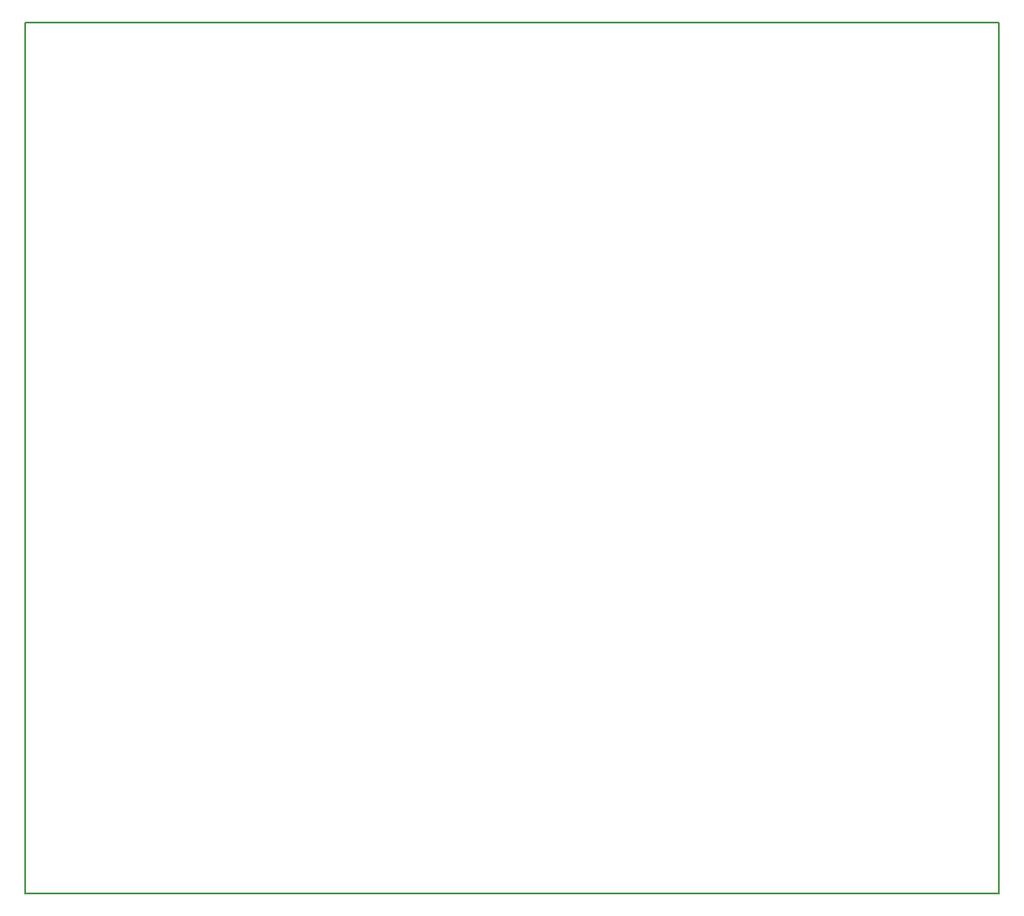
<source format=gbr>
G04 #@! TF.GenerationSoftware,KiCad,Pcbnew,(5.0.0)*
G04 #@! TF.CreationDate,2019-11-03T00:35:12+02:00*
G04 #@! TF.ProjectId,WatchBorad,5761746368426F7261642E6B69636164,rev?*
G04 #@! TF.SameCoordinates,Original*
G04 #@! TF.FileFunction,Profile,NP*
%FSLAX46Y46*%
G04 Gerber Fmt 4.6, Leading zero omitted, Abs format (unit mm)*
G04 Created by KiCad (PCBNEW (5.0.0)) date 11/03/19 00:35:12*
%MOMM*%
%LPD*%
G01*
G04 APERTURE LIST*
%ADD10C,0.150000*%
G04 APERTURE END LIST*
D10*
X41000000Y-65000000D02*
X41000000Y-150000000D01*
X136000000Y-65000000D02*
X41000000Y-65000000D01*
X136000000Y-150000000D02*
X136000000Y-65000000D01*
X41000000Y-150000000D02*
X136000000Y-150000000D01*
M02*

</source>
